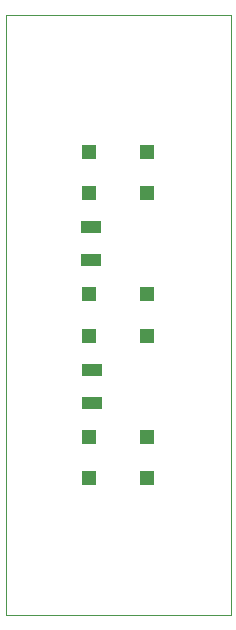
<source format=gtp>
%FSLAX25Y25*%
%MOIN*%
G70*
G01*
G75*
G04 Layer_Color=8421504*
%ADD10R,0.05906X0.05906*%
%ADD11R,0.08000X0.05000*%
%ADD12C,0.02500*%
%ADD13C,0.00100*%
%ADD14C,0.16500*%
%ADD15C,0.04000*%
%ADD16R,0.17716X0.12205*%
%ADD17C,0.01000*%
%ADD18R,0.04906X0.04906*%
%ADD19R,0.07000X0.04000*%
D13*
X500000Y400000D02*
Y600000D01*
Y400000D02*
X575000D01*
Y600000D01*
X500000D02*
X575000D01*
D18*
X547146Y554390D02*
D03*
Y540610D02*
D03*
X527854Y554390D02*
D03*
Y540610D02*
D03*
X547146Y506890D02*
D03*
Y493110D02*
D03*
X527854Y506890D02*
D03*
Y493110D02*
D03*
X547146Y459390D02*
D03*
Y445610D02*
D03*
X527854Y459390D02*
D03*
Y445610D02*
D03*
D19*
X528300Y529200D02*
D03*
Y518200D02*
D03*
X528600Y481700D02*
D03*
Y470700D02*
D03*
M02*

</source>
